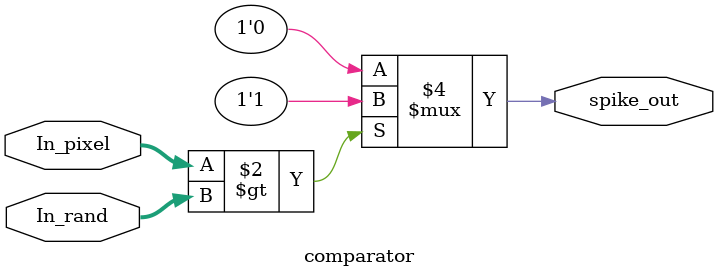
<source format=v>
`timescale 1ns / 1ps


module comparator(
    input[15:0] In_pixel,
    input[15:0] In_rand,
    output reg spike_out
    );
    always@(In_pixel or In_rand)
    begin
        if(In_pixel > In_rand)
            spike_out = 1'b1;
        else 
            spike_out = 1'b0;
    end
endmodule

</source>
